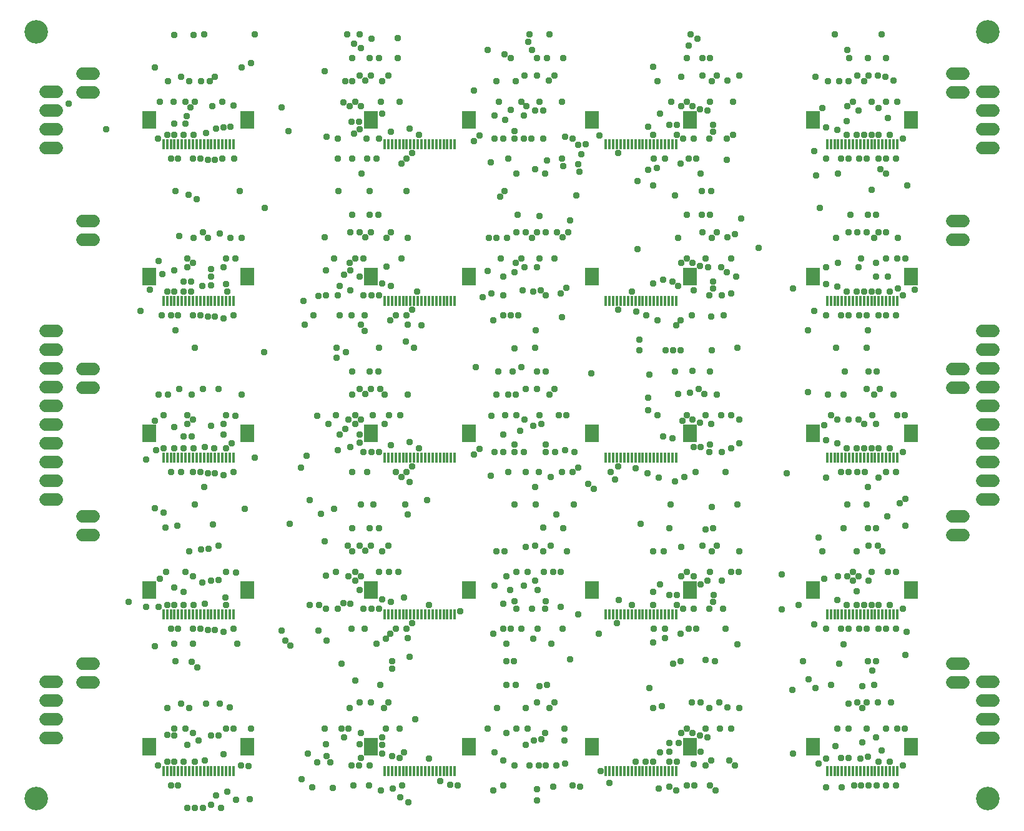
<source format=gbr>
G04 EAGLE Gerber RS-274X export*
G75*
%MOMM*%
%FSLAX34Y34*%
%LPD*%
%INSoldermask Bottom*%
%IPPOS*%
%AMOC8*
5,1,8,0,0,1.08239X$1,22.5*%
G01*
%ADD10C,3.203200*%
%ADD11R,0.400000X1.400000*%
%ADD12R,1.900000X2.350000*%
%ADD13C,1.727200*%
%ADD14C,0.959600*%


D10*
X-120000Y30000D03*
X1170000Y1070000D03*
X-120000Y1070000D03*
X1170000Y30000D03*
D11*
X52500Y67500D03*
X57500Y67500D03*
X62500Y67500D03*
X67500Y67500D03*
X72500Y67500D03*
X77500Y67500D03*
X82500Y67500D03*
X87500Y67500D03*
X92500Y67500D03*
X97500Y67500D03*
X102500Y67500D03*
X107500Y67500D03*
X112500Y67500D03*
X117500Y67500D03*
X122500Y67500D03*
X127500Y67500D03*
X132500Y67500D03*
X137500Y67500D03*
X142500Y67500D03*
X147500Y67500D03*
D12*
X166500Y100000D03*
X33500Y100000D03*
D11*
X352500Y492500D03*
X357500Y492500D03*
X362500Y492500D03*
X367500Y492500D03*
X372500Y492500D03*
X377500Y492500D03*
X382500Y492500D03*
X387500Y492500D03*
X392500Y492500D03*
X397500Y492500D03*
X402500Y492500D03*
X407500Y492500D03*
X412500Y492500D03*
X417500Y492500D03*
X422500Y492500D03*
X427500Y492500D03*
X432500Y492500D03*
X437500Y492500D03*
X442500Y492500D03*
X447500Y492500D03*
D12*
X466500Y525000D03*
X333500Y525000D03*
D11*
X652500Y492500D03*
X657500Y492500D03*
X662500Y492500D03*
X667500Y492500D03*
X672500Y492500D03*
X677500Y492500D03*
X682500Y492500D03*
X687500Y492500D03*
X692500Y492500D03*
X697500Y492500D03*
X702500Y492500D03*
X707500Y492500D03*
X712500Y492500D03*
X717500Y492500D03*
X722500Y492500D03*
X727500Y492500D03*
X732500Y492500D03*
X737500Y492500D03*
X742500Y492500D03*
X747500Y492500D03*
D12*
X766500Y525000D03*
X633500Y525000D03*
D11*
X952500Y492500D03*
X957500Y492500D03*
X962500Y492500D03*
X967500Y492500D03*
X972500Y492500D03*
X977500Y492500D03*
X982500Y492500D03*
X987500Y492500D03*
X992500Y492500D03*
X997500Y492500D03*
X1002500Y492500D03*
X1007500Y492500D03*
X1012500Y492500D03*
X1017500Y492500D03*
X1022500Y492500D03*
X1027500Y492500D03*
X1032500Y492500D03*
X1037500Y492500D03*
X1042500Y492500D03*
X1047500Y492500D03*
D12*
X1066500Y525000D03*
X933500Y525000D03*
D11*
X52500Y705000D03*
X57500Y705000D03*
X62500Y705000D03*
X67500Y705000D03*
X72500Y705000D03*
X77500Y705000D03*
X82500Y705000D03*
X87500Y705000D03*
X92500Y705000D03*
X97500Y705000D03*
X102500Y705000D03*
X107500Y705000D03*
X112500Y705000D03*
X117500Y705000D03*
X122500Y705000D03*
X127500Y705000D03*
X132500Y705000D03*
X137500Y705000D03*
X142500Y705000D03*
X147500Y705000D03*
D12*
X166500Y737500D03*
X33500Y737500D03*
D11*
X352500Y705000D03*
X357500Y705000D03*
X362500Y705000D03*
X367500Y705000D03*
X372500Y705000D03*
X377500Y705000D03*
X382500Y705000D03*
X387500Y705000D03*
X392500Y705000D03*
X397500Y705000D03*
X402500Y705000D03*
X407500Y705000D03*
X412500Y705000D03*
X417500Y705000D03*
X422500Y705000D03*
X427500Y705000D03*
X432500Y705000D03*
X437500Y705000D03*
X442500Y705000D03*
X447500Y705000D03*
D12*
X466500Y737500D03*
X333500Y737500D03*
D11*
X652500Y705000D03*
X657500Y705000D03*
X662500Y705000D03*
X667500Y705000D03*
X672500Y705000D03*
X677500Y705000D03*
X682500Y705000D03*
X687500Y705000D03*
X692500Y705000D03*
X697500Y705000D03*
X702500Y705000D03*
X707500Y705000D03*
X712500Y705000D03*
X717500Y705000D03*
X722500Y705000D03*
X727500Y705000D03*
X732500Y705000D03*
X737500Y705000D03*
X742500Y705000D03*
X747500Y705000D03*
D12*
X766500Y737500D03*
X633500Y737500D03*
D11*
X952500Y705000D03*
X957500Y705000D03*
X962500Y705000D03*
X967500Y705000D03*
X972500Y705000D03*
X977500Y705000D03*
X982500Y705000D03*
X987500Y705000D03*
X992500Y705000D03*
X997500Y705000D03*
X1002500Y705000D03*
X1007500Y705000D03*
X1012500Y705000D03*
X1017500Y705000D03*
X1022500Y705000D03*
X1027500Y705000D03*
X1032500Y705000D03*
X1037500Y705000D03*
X1042500Y705000D03*
X1047500Y705000D03*
D12*
X1066500Y737500D03*
X933500Y737500D03*
D11*
X52500Y917500D03*
X57500Y917500D03*
X62500Y917500D03*
X67500Y917500D03*
X72500Y917500D03*
X77500Y917500D03*
X82500Y917500D03*
X87500Y917500D03*
X92500Y917500D03*
X97500Y917500D03*
X102500Y917500D03*
X107500Y917500D03*
X112500Y917500D03*
X117500Y917500D03*
X122500Y917500D03*
X127500Y917500D03*
X132500Y917500D03*
X137500Y917500D03*
X142500Y917500D03*
X147500Y917500D03*
D12*
X166500Y950000D03*
X33500Y950000D03*
D11*
X352500Y917500D03*
X357500Y917500D03*
X362500Y917500D03*
X367500Y917500D03*
X372500Y917500D03*
X377500Y917500D03*
X382500Y917500D03*
X387500Y917500D03*
X392500Y917500D03*
X397500Y917500D03*
X402500Y917500D03*
X407500Y917500D03*
X412500Y917500D03*
X417500Y917500D03*
X422500Y917500D03*
X427500Y917500D03*
X432500Y917500D03*
X437500Y917500D03*
X442500Y917500D03*
X447500Y917500D03*
D12*
X466500Y950000D03*
X333500Y950000D03*
D11*
X652500Y917500D03*
X657500Y917500D03*
X662500Y917500D03*
X667500Y917500D03*
X672500Y917500D03*
X677500Y917500D03*
X682500Y917500D03*
X687500Y917500D03*
X692500Y917500D03*
X697500Y917500D03*
X702500Y917500D03*
X707500Y917500D03*
X712500Y917500D03*
X717500Y917500D03*
X722500Y917500D03*
X727500Y917500D03*
X732500Y917500D03*
X737500Y917500D03*
X742500Y917500D03*
X747500Y917500D03*
D12*
X766500Y950000D03*
X633500Y950000D03*
D11*
X352500Y67500D03*
X357500Y67500D03*
X362500Y67500D03*
X367500Y67500D03*
X372500Y67500D03*
X377500Y67500D03*
X382500Y67500D03*
X387500Y67500D03*
X392500Y67500D03*
X397500Y67500D03*
X402500Y67500D03*
X407500Y67500D03*
X412500Y67500D03*
X417500Y67500D03*
X422500Y67500D03*
X427500Y67500D03*
X432500Y67500D03*
X437500Y67500D03*
X442500Y67500D03*
X447500Y67500D03*
D12*
X466500Y100000D03*
X333500Y100000D03*
D11*
X952500Y917500D03*
X957500Y917500D03*
X962500Y917500D03*
X967500Y917500D03*
X972500Y917500D03*
X977500Y917500D03*
X982500Y917500D03*
X987500Y917500D03*
X992500Y917500D03*
X997500Y917500D03*
X1002500Y917500D03*
X1007500Y917500D03*
X1012500Y917500D03*
X1017500Y917500D03*
X1022500Y917500D03*
X1027500Y917500D03*
X1032500Y917500D03*
X1037500Y917500D03*
X1042500Y917500D03*
X1047500Y917500D03*
D12*
X1066500Y950000D03*
X933500Y950000D03*
D11*
X652500Y67500D03*
X657500Y67500D03*
X662500Y67500D03*
X667500Y67500D03*
X672500Y67500D03*
X677500Y67500D03*
X682500Y67500D03*
X687500Y67500D03*
X692500Y67500D03*
X697500Y67500D03*
X702500Y67500D03*
X707500Y67500D03*
X712500Y67500D03*
X717500Y67500D03*
X722500Y67500D03*
X727500Y67500D03*
X732500Y67500D03*
X737500Y67500D03*
X742500Y67500D03*
X747500Y67500D03*
D12*
X766500Y100000D03*
X633500Y100000D03*
D11*
X952500Y67500D03*
X957500Y67500D03*
X962500Y67500D03*
X967500Y67500D03*
X972500Y67500D03*
X977500Y67500D03*
X982500Y67500D03*
X987500Y67500D03*
X992500Y67500D03*
X997500Y67500D03*
X1002500Y67500D03*
X1007500Y67500D03*
X1012500Y67500D03*
X1017500Y67500D03*
X1022500Y67500D03*
X1027500Y67500D03*
X1032500Y67500D03*
X1037500Y67500D03*
X1042500Y67500D03*
X1047500Y67500D03*
D12*
X1066500Y100000D03*
X933500Y100000D03*
D11*
X52500Y280000D03*
X57500Y280000D03*
X62500Y280000D03*
X67500Y280000D03*
X72500Y280000D03*
X77500Y280000D03*
X82500Y280000D03*
X87500Y280000D03*
X92500Y280000D03*
X97500Y280000D03*
X102500Y280000D03*
X107500Y280000D03*
X112500Y280000D03*
X117500Y280000D03*
X122500Y280000D03*
X127500Y280000D03*
X132500Y280000D03*
X137500Y280000D03*
X142500Y280000D03*
X147500Y280000D03*
D12*
X166500Y312500D03*
X33500Y312500D03*
D11*
X352500Y280000D03*
X357500Y280000D03*
X362500Y280000D03*
X367500Y280000D03*
X372500Y280000D03*
X377500Y280000D03*
X382500Y280000D03*
X387500Y280000D03*
X392500Y280000D03*
X397500Y280000D03*
X402500Y280000D03*
X407500Y280000D03*
X412500Y280000D03*
X417500Y280000D03*
X422500Y280000D03*
X427500Y280000D03*
X432500Y280000D03*
X437500Y280000D03*
X442500Y280000D03*
X447500Y280000D03*
D12*
X466500Y312500D03*
X333500Y312500D03*
D11*
X652500Y280000D03*
X657500Y280000D03*
X662500Y280000D03*
X667500Y280000D03*
X672500Y280000D03*
X677500Y280000D03*
X682500Y280000D03*
X687500Y280000D03*
X692500Y280000D03*
X697500Y280000D03*
X702500Y280000D03*
X707500Y280000D03*
X712500Y280000D03*
X717500Y280000D03*
X722500Y280000D03*
X727500Y280000D03*
X732500Y280000D03*
X737500Y280000D03*
X742500Y280000D03*
X747500Y280000D03*
D12*
X766500Y312500D03*
X633500Y312500D03*
D11*
X952500Y280000D03*
X957500Y280000D03*
X962500Y280000D03*
X967500Y280000D03*
X972500Y280000D03*
X977500Y280000D03*
X982500Y280000D03*
X987500Y280000D03*
X992500Y280000D03*
X997500Y280000D03*
X1002500Y280000D03*
X1007500Y280000D03*
X1012500Y280000D03*
X1017500Y280000D03*
X1022500Y280000D03*
X1027500Y280000D03*
X1032500Y280000D03*
X1037500Y280000D03*
X1042500Y280000D03*
X1047500Y280000D03*
D12*
X1066500Y312500D03*
X933500Y312500D03*
D11*
X52500Y492500D03*
X57500Y492500D03*
X62500Y492500D03*
X67500Y492500D03*
X72500Y492500D03*
X77500Y492500D03*
X82500Y492500D03*
X87500Y492500D03*
X92500Y492500D03*
X97500Y492500D03*
X102500Y492500D03*
X107500Y492500D03*
X112500Y492500D03*
X117500Y492500D03*
X122500Y492500D03*
X127500Y492500D03*
X132500Y492500D03*
X137500Y492500D03*
X142500Y492500D03*
X147500Y492500D03*
D12*
X166500Y525000D03*
X33500Y525000D03*
D13*
X-92380Y435700D02*
X-107620Y435700D01*
X-107620Y461100D02*
X-92380Y461100D01*
X-92380Y486500D02*
X-107620Y486500D01*
X-107620Y511900D02*
X-92380Y511900D01*
X-92380Y537300D02*
X-107620Y537300D01*
X-107620Y562700D02*
X-92380Y562700D01*
X-92380Y588100D02*
X-107620Y588100D01*
X-107620Y613500D02*
X-92380Y613500D01*
X-92380Y638900D02*
X-107620Y638900D01*
X-107620Y664300D02*
X-92380Y664300D01*
X1162380Y435700D02*
X1177620Y435700D01*
X1177620Y461100D02*
X1162380Y461100D01*
X1162380Y486500D02*
X1177620Y486500D01*
X1177620Y511900D02*
X1162380Y511900D01*
X1162380Y537300D02*
X1177620Y537300D01*
X1177620Y562700D02*
X1162380Y562700D01*
X1162380Y588100D02*
X1177620Y588100D01*
X1177620Y613500D02*
X1162380Y613500D01*
X1162380Y638900D02*
X1177620Y638900D01*
X1177620Y664300D02*
X1162380Y664300D01*
X-92380Y111900D02*
X-107620Y111900D01*
X-107620Y137300D02*
X-92380Y137300D01*
X-92380Y162700D02*
X-107620Y162700D01*
X-107620Y188100D02*
X-92380Y188100D01*
X-92380Y911900D02*
X-107620Y911900D01*
X-107620Y937300D02*
X-92380Y937300D01*
X-92380Y962700D02*
X-107620Y962700D01*
X-107620Y988100D02*
X-92380Y988100D01*
X-57620Y187300D02*
X-42380Y187300D01*
X-42380Y212700D02*
X-57620Y212700D01*
X1122380Y187300D02*
X1137620Y187300D01*
X1137620Y212700D02*
X1122380Y212700D01*
X-42380Y387300D02*
X-57620Y387300D01*
X-57620Y412700D02*
X-42380Y412700D01*
X1122380Y387300D02*
X1137620Y387300D01*
X1137620Y412700D02*
X1122380Y412700D01*
X-42380Y587300D02*
X-57620Y587300D01*
X-57620Y612700D02*
X-42380Y612700D01*
X1122380Y587300D02*
X1137620Y587300D01*
X1137620Y612700D02*
X1122380Y612700D01*
X-42380Y787300D02*
X-57620Y787300D01*
X-57620Y812700D02*
X-42380Y812700D01*
X1122380Y787300D02*
X1137620Y787300D01*
X1137620Y812700D02*
X1122380Y812700D01*
X-42380Y987300D02*
X-57620Y987300D01*
X-57620Y1012700D02*
X-42380Y1012700D01*
X1122380Y987300D02*
X1137620Y987300D01*
X1137620Y1012700D02*
X1122380Y1012700D01*
X1162380Y911900D02*
X1177620Y911900D01*
X1177620Y937300D02*
X1162380Y937300D01*
X1162380Y962700D02*
X1177620Y962700D01*
X1177620Y988100D02*
X1162380Y988100D01*
X1162380Y111900D02*
X1177620Y111900D01*
X1177620Y137300D02*
X1162380Y137300D01*
X1162380Y162700D02*
X1177620Y162700D01*
X1177620Y188100D02*
X1162380Y188100D01*
D14*
X107500Y1066250D03*
X335000Y1060000D03*
X547500Y1056250D03*
X776250Y1060000D03*
X262500Y257500D03*
X212500Y257500D03*
X337500Y428750D03*
X223750Y402500D03*
X362500Y206250D03*
X557500Y428750D03*
X98750Y207500D03*
X800000Y216250D03*
X1018750Y216250D03*
X1007500Y452500D03*
X897500Y471250D03*
X1007500Y665000D03*
X926250Y665000D03*
X920000Y216250D03*
X1025000Y883750D03*
X320000Y672500D03*
X243750Y672500D03*
X557500Y665000D03*
X332500Y853750D03*
X190000Y831250D03*
X508750Y846250D03*
X782500Y853750D03*
X906250Y721250D03*
X93750Y790000D03*
X143750Y790000D03*
X312500Y762500D03*
X112500Y790000D03*
X91250Y577500D03*
X58750Y577500D03*
X87500Y365000D03*
X55000Y397500D03*
X312500Y337500D03*
X358750Y337500D03*
X286250Y337500D03*
X312500Y550000D03*
X358750Y550000D03*
X286250Y550000D03*
X336250Y550000D03*
X283750Y762500D03*
X537500Y762500D03*
X593750Y791250D03*
X562500Y762500D03*
X510000Y762500D03*
X717500Y897500D03*
X732500Y897500D03*
X765000Y897500D03*
X762500Y975000D03*
X793750Y975000D03*
X817500Y1003750D03*
X548750Y1066250D03*
X595000Y1033750D03*
X592500Y897500D03*
X741250Y975000D03*
X607500Y925000D03*
X87500Y1002500D03*
X58750Y1002500D03*
X318750Y1066250D03*
X370000Y1033750D03*
X312500Y975000D03*
X537500Y975000D03*
X562500Y975000D03*
X507500Y975000D03*
X762500Y550000D03*
X808750Y550000D03*
X787500Y550000D03*
X710000Y556250D03*
X762500Y762500D03*
X817500Y791250D03*
X787500Y762500D03*
X828750Y737500D03*
X987500Y975000D03*
X1042500Y1003750D03*
X1012500Y975000D03*
X982500Y1033750D03*
X1042500Y577500D03*
X957500Y550000D03*
X1013750Y550000D03*
X1018750Y737500D03*
X1035000Y737500D03*
X926250Y581250D03*
X936250Y1008750D03*
X987500Y337500D03*
X1035000Y337500D03*
X1012500Y337500D03*
X941250Y383750D03*
X891250Y333750D03*
X87500Y152500D03*
X142500Y153750D03*
X57500Y152500D03*
X531250Y550000D03*
X516250Y550000D03*
X562500Y550000D03*
X762500Y337500D03*
X793750Y337500D03*
X561250Y472500D03*
X592500Y472500D03*
X607500Y472500D03*
X595000Y396250D03*
X543750Y472500D03*
X558750Y42500D03*
X558750Y27500D03*
X762500Y125000D03*
X787500Y125000D03*
X817500Y153750D03*
X717500Y260000D03*
X732500Y260000D03*
X765000Y260000D03*
X593750Y260000D03*
X560000Y260000D03*
X560000Y312500D03*
X565000Y110000D03*
X588750Y550000D03*
X537500Y260000D03*
X282000Y44000D03*
X239500Y56500D03*
X217500Y243750D03*
X273750Y243750D03*
X386250Y222500D03*
X527500Y216250D03*
X603750Y218750D03*
X753750Y216250D03*
X85000Y102500D03*
X57500Y116250D03*
X100000Y108750D03*
X67500Y115000D03*
X117500Y115000D03*
X67500Y125000D03*
X110000Y158750D03*
X76250Y158750D03*
X82500Y125000D03*
X137500Y125000D03*
X128750Y158750D03*
X147500Y125000D03*
X92500Y118750D03*
X293750Y212500D03*
X271250Y125000D03*
X297500Y112500D03*
X318750Y103750D03*
X272500Y103750D03*
X348750Y102500D03*
X393750Y137500D03*
X348750Y112500D03*
X293750Y125000D03*
X318750Y160000D03*
X351250Y152500D03*
X305000Y152500D03*
X333750Y160000D03*
X357500Y160000D03*
X312500Y190000D03*
X346250Y183750D03*
X372500Y125000D03*
X320000Y118750D03*
X517500Y216250D03*
X517500Y183750D03*
X543750Y102500D03*
X555000Y108750D03*
X505000Y152500D03*
X562500Y182500D03*
X530000Y183750D03*
X570000Y118750D03*
X517500Y118750D03*
X576250Y152500D03*
X543750Y152500D03*
X558750Y160000D03*
X582500Y160000D03*
X531250Y125000D03*
X572500Y183750D03*
X596250Y125000D03*
X546250Y125000D03*
X743750Y212500D03*
X711250Y180000D03*
X780000Y115000D03*
X790000Y112500D03*
X728750Y155000D03*
X792500Y152500D03*
X738750Y105000D03*
X781250Y93750D03*
X751250Y105000D03*
X807500Y125000D03*
X768750Y160000D03*
X755000Y118750D03*
X781250Y160000D03*
X806250Y160000D03*
X770000Y118750D03*
X822500Y125000D03*
X831250Y238750D03*
X975000Y238750D03*
X1038750Y160000D03*
X1057500Y125000D03*
X1000000Y152500D03*
X1016250Y183750D03*
X1000000Y182500D03*
X1047500Y125000D03*
X1006250Y160000D03*
X1021250Y160000D03*
X981250Y125000D03*
X993750Y160000D03*
X1032500Y125000D03*
X981250Y158750D03*
X1018750Y112500D03*
X966250Y125000D03*
X1006250Y125000D03*
X957500Y183750D03*
X968750Y212500D03*
X936250Y180000D03*
X1000000Y106250D03*
X645000Y67500D03*
X561250Y75000D03*
X657500Y51250D03*
X571250Y75000D03*
X585000Y75000D03*
X617500Y46250D03*
X597500Y77500D03*
X607500Y47500D03*
X171250Y125000D03*
X385000Y25000D03*
X596250Y108750D03*
X501250Y92500D03*
X833750Y152500D03*
X927500Y191250D03*
X1060000Y256250D03*
X716250Y152500D03*
X905000Y177500D03*
X41250Y236250D03*
X225000Y237500D03*
X492500Y125000D03*
X352500Y537500D03*
X513750Y523750D03*
X298750Y531250D03*
X303750Y125000D03*
X353750Y125000D03*
X353750Y246250D03*
X318750Y312500D03*
X127500Y115000D03*
X127500Y326250D03*
X296250Y295000D03*
X522500Y312500D03*
X-25000Y937500D03*
X123750Y938750D03*
X296250Y973750D03*
X348750Y958750D03*
X105000Y725000D03*
X117500Y737500D03*
X297500Y740000D03*
X355000Y751250D03*
X513750Y737500D03*
X523750Y963750D03*
X747500Y671250D03*
X795000Y683750D03*
X1048750Y721250D03*
X1071250Y720000D03*
X747500Y41250D03*
X801250Y41250D03*
X963750Y101250D03*
X581250Y46250D03*
X1026250Y95000D03*
X693750Y690000D03*
X1026250Y1066250D03*
X962500Y1066250D03*
X967500Y877500D03*
X1013750Y203750D03*
X1032500Y877500D03*
X517500Y240000D03*
X578750Y240000D03*
X67500Y240000D03*
X92500Y240000D03*
X152500Y240000D03*
X362500Y216250D03*
X345000Y641250D03*
X287500Y641250D03*
X570000Y877500D03*
X531250Y877500D03*
X733750Y637500D03*
X697500Y637500D03*
X695000Y867500D03*
X392500Y641250D03*
X5000Y296250D03*
X795000Y853750D03*
X45000Y75000D03*
X57500Y80000D03*
X62500Y47500D03*
X67500Y80000D03*
X72500Y47500D03*
X80000Y80000D03*
X85000Y17500D03*
X95000Y80000D03*
X95000Y17500D03*
X106250Y17500D03*
X108750Y81250D03*
X117500Y21250D03*
X123750Y33750D03*
X133750Y90000D03*
X130500Y17500D03*
X151000Y28000D03*
X167500Y73750D03*
X139196Y39196D03*
X170000Y29000D03*
X254000Y45000D03*
X248750Y91250D03*
X273750Y87500D03*
X261250Y78750D03*
X278750Y78750D03*
X157500Y75000D03*
X307500Y75000D03*
X310000Y47500D03*
X317500Y75000D03*
X320000Y85000D03*
X331250Y47500D03*
X363750Y43750D03*
X332500Y75000D03*
X376250Y47500D03*
X348750Y91250D03*
X347500Y41250D03*
X373750Y31250D03*
X362500Y87500D03*
X372500Y85000D03*
X378750Y92500D03*
X412500Y83750D03*
X500000Y41250D03*
X513750Y81250D03*
X427500Y53750D03*
X513750Y47500D03*
X441250Y48750D03*
X451250Y47500D03*
X528750Y75000D03*
X548750Y75000D03*
X692500Y80000D03*
X723750Y43750D03*
X726250Y92500D03*
X738750Y80000D03*
X738750Y46250D03*
X706250Y80000D03*
X748750Y80000D03*
X716250Y80000D03*
X738750Y93750D03*
X771250Y76250D03*
X762500Y47500D03*
X787500Y75000D03*
X772500Y47500D03*
X793750Y47500D03*
X795000Y81250D03*
X906250Y91250D03*
X941250Y77500D03*
X820000Y81250D03*
X827500Y75000D03*
X951250Y83750D03*
X951250Y45000D03*
X971250Y85000D03*
X972500Y45000D03*
X981250Y85000D03*
X988750Y47500D03*
X998750Y47500D03*
X997500Y83750D03*
X1008750Y47500D03*
X1007500Y86250D03*
X1020000Y47500D03*
X1022500Y80000D03*
X1032500Y47500D03*
X1037500Y80000D03*
X1046250Y47500D03*
X1055000Y75000D03*
X46250Y290000D03*
X57500Y292500D03*
X62500Y260000D03*
X67500Y292500D03*
X72500Y260000D03*
X80000Y292500D03*
X92500Y260000D03*
X93750Y292500D03*
X102500Y260000D03*
X112500Y258750D03*
X108750Y293750D03*
X122500Y258750D03*
X133750Y256250D03*
X137500Y292500D03*
X147500Y260000D03*
X136250Y302500D03*
X272500Y287500D03*
X263750Y292500D03*
X251250Y292500D03*
X288750Y287500D03*
X307500Y260000D03*
X306250Y293750D03*
X348750Y300000D03*
X325000Y260000D03*
X323750Y287500D03*
X367500Y260000D03*
X335000Y287500D03*
X382500Y260000D03*
X345000Y287500D03*
X390000Y267500D03*
X361250Y296250D03*
X360000Y253750D03*
X378750Y302500D03*
X383750Y247500D03*
X412500Y292500D03*
X500000Y253750D03*
X513750Y293750D03*
X513750Y260000D03*
X523750Y260000D03*
X528750Y297500D03*
X615000Y280000D03*
X552500Y287500D03*
X571250Y297500D03*
X570000Y287500D03*
X667500Y267500D03*
X591250Y290000D03*
X642500Y253750D03*
X670000Y298750D03*
X687500Y292500D03*
X716250Y310000D03*
X716250Y241250D03*
X732500Y247500D03*
X738750Y306250D03*
X753750Y253750D03*
X716250Y292500D03*
X757500Y287500D03*
X748750Y306250D03*
X771250Y287500D03*
X748750Y292500D03*
X775000Y260000D03*
X798750Y306250D03*
X792500Y287500D03*
X797500Y296250D03*
X811250Y287500D03*
X815000Y260000D03*
X913750Y292500D03*
X891250Y286250D03*
X935000Y266250D03*
X978750Y292500D03*
X951250Y260000D03*
X966250Y298750D03*
X971250Y260000D03*
X981250Y260000D03*
X992500Y292500D03*
X996250Y260000D03*
X1002500Y292500D03*
X1006250Y260000D03*
X1012500Y292500D03*
X1022500Y260000D03*
X1022500Y292500D03*
X1032500Y260000D03*
X1037500Y292500D03*
X1046250Y260000D03*
X1055000Y287500D03*
X42500Y502500D03*
X52500Y505000D03*
X62500Y472500D03*
X67500Y505000D03*
X76250Y472500D03*
X80000Y505000D03*
X92500Y472500D03*
X93750Y505000D03*
X102500Y472500D03*
X112500Y471250D03*
X108750Y506250D03*
X122500Y471250D03*
X133750Y468750D03*
X121250Y505000D03*
X137500Y505000D03*
X147500Y472500D03*
X145000Y511250D03*
X238750Y478750D03*
X246250Y495000D03*
X288750Y502500D03*
X176250Y492500D03*
X308750Y472500D03*
X318750Y512500D03*
X328750Y472500D03*
X323750Y500000D03*
X367500Y472500D03*
X335000Y500000D03*
X382500Y472500D03*
X345000Y500000D03*
X390000Y480000D03*
X361250Y508750D03*
X375000Y466250D03*
X398750Y505000D03*
X386250Y513750D03*
X496250Y467500D03*
X501250Y500000D03*
X513750Y500000D03*
X520000Y472500D03*
X528750Y500000D03*
X528750Y510000D03*
X481250Y503750D03*
X541250Y500000D03*
X473750Y496250D03*
X610000Y500000D03*
X571250Y510000D03*
X571250Y500000D03*
X615000Y478750D03*
X577500Y466250D03*
X668750Y480000D03*
X628750Y456250D03*
X583750Y500000D03*
X658750Y472500D03*
X597500Y502500D03*
X665000Y462500D03*
X692500Y477500D03*
X708750Y471250D03*
X723750Y465000D03*
X730000Y521250D03*
X746250Y460000D03*
X758750Y466250D03*
X742500Y518750D03*
X771250Y506250D03*
X773750Y472500D03*
X781250Y506250D03*
X792500Y500000D03*
X793750Y510000D03*
X810000Y500000D03*
X815000Y472500D03*
X822500Y505000D03*
X833750Y511250D03*
X951250Y465000D03*
X978750Y505000D03*
X951250Y516250D03*
X966250Y511250D03*
X971250Y472500D03*
X981250Y472500D03*
X992500Y505000D03*
X993750Y472500D03*
X1002500Y505000D03*
X1003750Y472500D03*
X1012500Y505000D03*
X1022500Y465000D03*
X1022500Y505000D03*
X1032500Y472500D03*
X1037500Y505000D03*
X1046250Y472500D03*
X1055000Y500000D03*
X50000Y685000D03*
X57500Y717500D03*
X62500Y685000D03*
X67500Y717500D03*
X72500Y685000D03*
X80000Y717500D03*
X92500Y685000D03*
X90000Y717500D03*
X102500Y685000D03*
X112500Y683750D03*
X117500Y726250D03*
X122500Y683750D03*
X133750Y681250D03*
X138750Y717500D03*
X147500Y685000D03*
X137500Y727500D03*
X272500Y712500D03*
X262500Y711250D03*
X288750Y712500D03*
X242500Y705000D03*
X291250Y685000D03*
X307500Y685000D03*
X306250Y718750D03*
X348750Y728750D03*
X325000Y685000D03*
X323750Y712500D03*
X367500Y685000D03*
X335000Y712500D03*
X382500Y685000D03*
X345000Y712500D03*
X390000Y692500D03*
X361250Y725000D03*
X360000Y678750D03*
X396250Y717500D03*
X383750Y672500D03*
X497500Y715000D03*
X500000Y678750D03*
X513750Y712500D03*
X513750Y685000D03*
X523750Y685000D03*
X533750Y685000D03*
X540000Y718750D03*
X485000Y710000D03*
X553750Y717500D03*
X563750Y718750D03*
X571250Y712500D03*
X668750Y692500D03*
X591250Y715000D03*
X592500Y682500D03*
X598750Y722500D03*
X687500Y717500D03*
X716250Y728750D03*
X707500Y685000D03*
X722500Y678750D03*
X730000Y733750D03*
X753750Y678750D03*
X750000Y725000D03*
X742500Y731250D03*
X771250Y718750D03*
X768750Y685000D03*
X797500Y731250D03*
X792500Y712500D03*
X797500Y721250D03*
X810000Y712500D03*
X812500Y685000D03*
X822500Y715000D03*
X951250Y727500D03*
X935000Y691250D03*
X978750Y717500D03*
X951250Y685000D03*
X966250Y723750D03*
X971250Y685000D03*
X981250Y685000D03*
X992500Y717500D03*
X996250Y685000D03*
X1002500Y717500D03*
X1006250Y685000D03*
X1012500Y717500D03*
X1022500Y685000D03*
X1022500Y717500D03*
X1032500Y685000D03*
X1037500Y717500D03*
X1046250Y685000D03*
X1055000Y712500D03*
X45000Y925000D03*
X57500Y930000D03*
X62500Y897500D03*
X67500Y930000D03*
X72500Y897500D03*
X80000Y930000D03*
X92500Y897500D03*
X93750Y930000D03*
X102500Y897500D03*
X112500Y896250D03*
X110000Y932500D03*
X122500Y896250D03*
X132500Y897500D03*
X133750Y940000D03*
X148750Y897500D03*
X143750Y941250D03*
X222500Y935000D03*
X273750Y927500D03*
X288750Y925000D03*
X288750Y897500D03*
X308750Y897500D03*
X311250Y931250D03*
X318750Y937500D03*
X328750Y897500D03*
X341250Y897500D03*
X327500Y925000D03*
X317500Y947500D03*
X382500Y897500D03*
X345000Y925000D03*
X390000Y905000D03*
X361250Y933750D03*
X375000Y891250D03*
X398750Y930000D03*
X386250Y938750D03*
X496250Y892500D03*
X501250Y925000D03*
X513750Y925000D03*
X520000Y897500D03*
X528750Y925000D03*
X528750Y935000D03*
X481250Y928750D03*
X541250Y925000D03*
X473750Y921250D03*
X625000Y917500D03*
X551250Y925000D03*
X615000Y916250D03*
X567500Y925000D03*
X618750Y903750D03*
X572500Y895000D03*
X668750Y905000D03*
X616250Y880000D03*
X643750Y928750D03*
X595000Y887500D03*
X597500Y927500D03*
X615000Y890000D03*
X710000Y941250D03*
X710000Y882500D03*
X721250Y885000D03*
X738750Y943750D03*
X753750Y891250D03*
X716250Y930000D03*
X757500Y925000D03*
X748750Y943750D03*
X771250Y925000D03*
X748750Y930000D03*
X775000Y897500D03*
X797500Y943750D03*
X792500Y925000D03*
X797500Y933750D03*
X816250Y925000D03*
X816250Y896250D03*
X825000Y930000D03*
X951250Y940000D03*
X935000Y907500D03*
X978750Y930000D03*
X951250Y897500D03*
X966250Y936250D03*
X971250Y897500D03*
X981250Y897500D03*
X992500Y930000D03*
X996250Y897500D03*
X1002500Y930000D03*
X1006250Y897500D03*
X1012500Y930000D03*
X1022500Y897500D03*
X1022500Y930000D03*
X1032500Y897500D03*
X1037500Y930000D03*
X1046250Y897500D03*
X1055000Y925000D03*
X531250Y287500D03*
X306250Y506250D03*
X162500Y422500D03*
X283750Y422500D03*
X608750Y428750D03*
X740000Y428750D03*
X831250Y428750D03*
X980000Y428750D03*
X188750Y635000D03*
X300000Y635000D03*
X697500Y652500D03*
X753750Y637500D03*
X831250Y641250D03*
X965000Y641250D03*
X156250Y853750D03*
X290000Y853750D03*
X612500Y847500D03*
X746250Y847500D03*
X68750Y216250D03*
X1058750Y225000D03*
X28750Y290000D03*
X176250Y1066250D03*
X301250Y1066250D03*
X52500Y417500D03*
X987500Y325000D03*
X946250Y365000D03*
X1008750Y325000D03*
X1033750Y412500D03*
X1007500Y396250D03*
X975000Y396250D03*
X992500Y311250D03*
X967500Y331250D03*
X1027500Y365000D03*
X992500Y365000D03*
X1008750Y372500D03*
X1021250Y372500D03*
X980000Y331250D03*
X1018750Y396250D03*
X1046250Y337500D03*
X995000Y331250D03*
X380000Y428750D03*
X528750Y428750D03*
X80000Y310000D03*
X47500Y327500D03*
X105000Y322500D03*
X56250Y337500D03*
X117500Y325000D03*
X67500Y316250D03*
X103750Y367500D03*
X71250Y400000D03*
X137500Y337500D03*
X120000Y401250D03*
X82500Y337500D03*
X113750Y368750D03*
X127500Y372500D03*
X151250Y336250D03*
X92500Y331250D03*
X326250Y366250D03*
X271250Y378750D03*
X312500Y325000D03*
X272500Y332500D03*
X332500Y396250D03*
X308750Y396250D03*
X345000Y337500D03*
X302500Y372500D03*
X318750Y372500D03*
X348750Y365000D03*
X308750Y365000D03*
X333750Y372500D03*
X357500Y372500D03*
X303750Y331250D03*
X345000Y396250D03*
X371250Y337500D03*
X320000Y331250D03*
X541250Y318750D03*
X501250Y318750D03*
X556250Y325000D03*
X503750Y365000D03*
X567500Y365000D03*
X515000Y365000D03*
X568750Y337500D03*
X517500Y331250D03*
X581250Y337500D03*
X543750Y371250D03*
X531250Y337500D03*
X556250Y372500D03*
X577500Y372500D03*
X546250Y337500D03*
X591250Y337500D03*
X600000Y365000D03*
X567500Y397500D03*
X781250Y320000D03*
X726250Y320000D03*
X790000Y325000D03*
X731250Y365000D03*
X787500Y395000D03*
X738750Y396250D03*
X796250Y365000D03*
X755000Y371250D03*
X810000Y325000D03*
X832500Y337500D03*
X783750Y372500D03*
X802500Y372500D03*
X755000Y331250D03*
X797500Y396250D03*
X822500Y337500D03*
X771250Y331250D03*
X1051250Y430000D03*
X28750Y490000D03*
X68750Y665000D03*
X80000Y521250D03*
X46250Y577500D03*
X91250Y521250D03*
X52500Y550000D03*
X117500Y535000D03*
X67500Y533750D03*
X106250Y585000D03*
X73750Y585000D03*
X133750Y537500D03*
X85000Y537500D03*
X85000Y550000D03*
X137500Y550000D03*
X127500Y585000D03*
X150000Y548750D03*
X92500Y543750D03*
X326250Y578750D03*
X261250Y548750D03*
X312500Y537500D03*
X276250Y537500D03*
X332500Y608750D03*
X308750Y608750D03*
X318750Y523750D03*
X291250Y523750D03*
X318750Y585000D03*
X352500Y577500D03*
X308750Y577500D03*
X333750Y585000D03*
X346250Y585000D03*
X303750Y543750D03*
X343750Y608750D03*
X373750Y550000D03*
X320000Y543750D03*
X381250Y650000D03*
X528750Y640000D03*
X536250Y528750D03*
X497500Y548750D03*
X553750Y535000D03*
X503750Y577500D03*
X558750Y608750D03*
X526250Y608750D03*
X565000Y537500D03*
X520000Y577500D03*
X543750Y585000D03*
X576250Y577500D03*
X530000Y577500D03*
X558750Y585000D03*
X582500Y585000D03*
X537500Y615000D03*
X571250Y608750D03*
X598750Y550000D03*
X542500Y543750D03*
X743750Y637500D03*
X711250Y605000D03*
X780000Y540000D03*
X756250Y542500D03*
X722500Y550000D03*
X786250Y578750D03*
X746250Y608750D03*
X795000Y537500D03*
X750000Y578750D03*
X802500Y577500D03*
X770000Y610000D03*
X766250Y580000D03*
X778750Y585000D03*
X793750Y608750D03*
X822500Y550000D03*
X770000Y543750D03*
X1008750Y608750D03*
X976250Y608750D03*
X1002500Y537500D03*
X953750Y577500D03*
X1018750Y537500D03*
X966250Y543750D03*
X1016250Y577500D03*
X975000Y577500D03*
X1006250Y585000D03*
X1023750Y585000D03*
X981250Y543750D03*
X1020000Y608750D03*
X1047500Y550000D03*
X995000Y543750D03*
X21250Y691250D03*
X402500Y671250D03*
X68750Y853750D03*
X382500Y853750D03*
X515000Y853750D03*
X80000Y731250D03*
X46250Y758750D03*
X90000Y731250D03*
X51250Y741250D03*
X117500Y747500D03*
X67500Y746250D03*
X106250Y797500D03*
X73750Y792500D03*
X133750Y750000D03*
X85000Y750000D03*
X85000Y762500D03*
X137500Y762500D03*
X128750Y796250D03*
X150000Y762500D03*
X92500Y756250D03*
X326250Y791250D03*
X271250Y791250D03*
X306250Y746250D03*
X272500Y746250D03*
X332500Y821250D03*
X308750Y821250D03*
X318750Y737500D03*
X291250Y725000D03*
X318750Y797500D03*
X306250Y797500D03*
X355000Y790000D03*
X333750Y797500D03*
X361250Y797500D03*
X305000Y756250D03*
X343750Y821250D03*
X375000Y762500D03*
X323750Y762500D03*
X528750Y743750D03*
X493750Y790000D03*
X542500Y750000D03*
X503750Y790000D03*
X562500Y820000D03*
X532500Y821250D03*
X558750Y750000D03*
X518750Y790000D03*
X543750Y797500D03*
X531250Y797500D03*
X582500Y762500D03*
X558750Y797500D03*
X571250Y797500D03*
X530000Y756250D03*
X586250Y797500D03*
X601250Y797500D03*
X552500Y790000D03*
X780000Y752500D03*
X816250Y743750D03*
X791250Y750000D03*
X808750Y750000D03*
X782500Y821250D03*
X762500Y821250D03*
X796250Y790000D03*
X750000Y790000D03*
X783750Y797500D03*
X802500Y797500D03*
X755000Y756250D03*
X793750Y821250D03*
X770000Y756250D03*
X822500Y762500D03*
X1007500Y821250D03*
X983750Y821250D03*
X995000Y750000D03*
X951250Y750000D03*
X1016250Y790000D03*
X965000Y790000D03*
X1018750Y756250D03*
X967500Y756250D03*
X993750Y797500D03*
X981250Y797500D03*
X1032500Y762500D03*
X1006250Y797500D03*
X1022500Y797500D03*
X1018750Y821250D03*
X1047500Y762500D03*
X998750Y762500D03*
X1048750Y790000D03*
X1032500Y797500D03*
X1061250Y861250D03*
X86250Y848750D03*
X716250Y861250D03*
X67500Y1065000D03*
X83750Y955000D03*
X47500Y975000D03*
X82500Y945000D03*
X67500Y945000D03*
X118750Y968750D03*
X66250Y975000D03*
X122500Y1008750D03*
X76250Y1008750D03*
X132500Y975000D03*
X88750Y967500D03*
X82500Y975000D03*
X103750Y1002500D03*
X115000Y1002500D03*
X147500Y970000D03*
X95000Y975000D03*
X326250Y1003750D03*
X271250Y1016250D03*
X307500Y947500D03*
X212500Y967500D03*
X332500Y1033750D03*
X308750Y1033750D03*
X347500Y975000D03*
X298750Y1002500D03*
X318750Y1010000D03*
X348750Y1002500D03*
X308750Y1002500D03*
X333750Y1010000D03*
X357500Y1010000D03*
X305000Y968750D03*
X345000Y1033750D03*
X372500Y975000D03*
X320000Y968750D03*
X541250Y956250D03*
X501250Y956250D03*
X556250Y962500D03*
X503750Y1002500D03*
X558750Y1033750D03*
X523750Y1033750D03*
X567500Y962500D03*
X516250Y950000D03*
X542500Y1010000D03*
X575000Y1003750D03*
X530000Y1002500D03*
X558750Y1010000D03*
X582500Y1010000D03*
X515000Y1038750D03*
X572500Y1033750D03*
X592500Y975000D03*
X545000Y968750D03*
X780000Y965000D03*
X722500Y1002500D03*
X790000Y962500D03*
X726250Y958750D03*
X783750Y1033750D03*
X762500Y1033750D03*
X796250Y1002500D03*
X755000Y1008750D03*
X783750Y1010000D03*
X802500Y1010000D03*
X755000Y968750D03*
X793750Y1033750D03*
X825000Y975000D03*
X770000Y968750D03*
X978750Y948750D03*
X946250Y966250D03*
X995000Y962500D03*
X953750Y1002500D03*
X1007500Y1033750D03*
X980000Y1045000D03*
X1022500Y966250D03*
X968750Y1002500D03*
X993750Y1010000D03*
X981250Y1002500D03*
X1032500Y975000D03*
X1008750Y1010000D03*
X1021250Y1010000D03*
X980000Y968750D03*
X1047500Y975000D03*
X1032500Y1033750D03*
X1002500Y1002500D03*
X1031250Y1008750D03*
X948750Y327500D03*
X41250Y423750D03*
X251250Y435000D03*
X410000Y435000D03*
X266250Y416250D03*
X716250Y365000D03*
X1058750Y436250D03*
X107500Y452500D03*
X386250Y458750D03*
X585000Y415000D03*
X383750Y415000D03*
X833750Y365000D03*
X700000Y402500D03*
X1058750Y400000D03*
X948750Y536250D03*
X41250Y542500D03*
X133750Y523750D03*
X476250Y615000D03*
X287500Y627500D03*
X710000Y573750D03*
X833750Y543750D03*
X1057500Y550000D03*
X158750Y577500D03*
X383750Y577500D03*
X506250Y608750D03*
X632500Y606250D03*
X33750Y720000D03*
X256250Y685000D03*
X492500Y745000D03*
X695000Y775000D03*
X860000Y776250D03*
X942500Y831250D03*
X1058750Y762500D03*
X158750Y790000D03*
X383750Y790000D03*
X603750Y813750D03*
X827500Y795000D03*
X836250Y816250D03*
X716250Y1022500D03*
X765000Y1051250D03*
X41250Y1021250D03*
X171250Y1027500D03*
X473750Y990000D03*
X833750Y1010000D03*
X1035000Y952500D03*
X158750Y1021250D03*
X320000Y1047500D03*
X552500Y1045000D03*
X492500Y1045000D03*
X-76250Y972500D03*
X455000Y283750D03*
X91250Y215000D03*
X341250Y240000D03*
X553750Y246250D03*
X787500Y217500D03*
X1007500Y216250D03*
X796250Y425000D03*
X1006250Y428750D03*
X95000Y428750D03*
X320000Y428750D03*
X556250Y452500D03*
X636250Y450000D03*
X796250Y637500D03*
X1006250Y641250D03*
X95000Y641250D03*
X325000Y663750D03*
X556250Y641250D03*
X1012500Y855000D03*
X97500Y842500D03*
X321250Y877500D03*
X556250Y883750D03*
X781250Y877500D03*
X937500Y875000D03*
X93750Y1065000D03*
X311250Y1053750D03*
X576250Y1066250D03*
X767500Y1066250D03*
X370000Y1061250D03*
M02*

</source>
